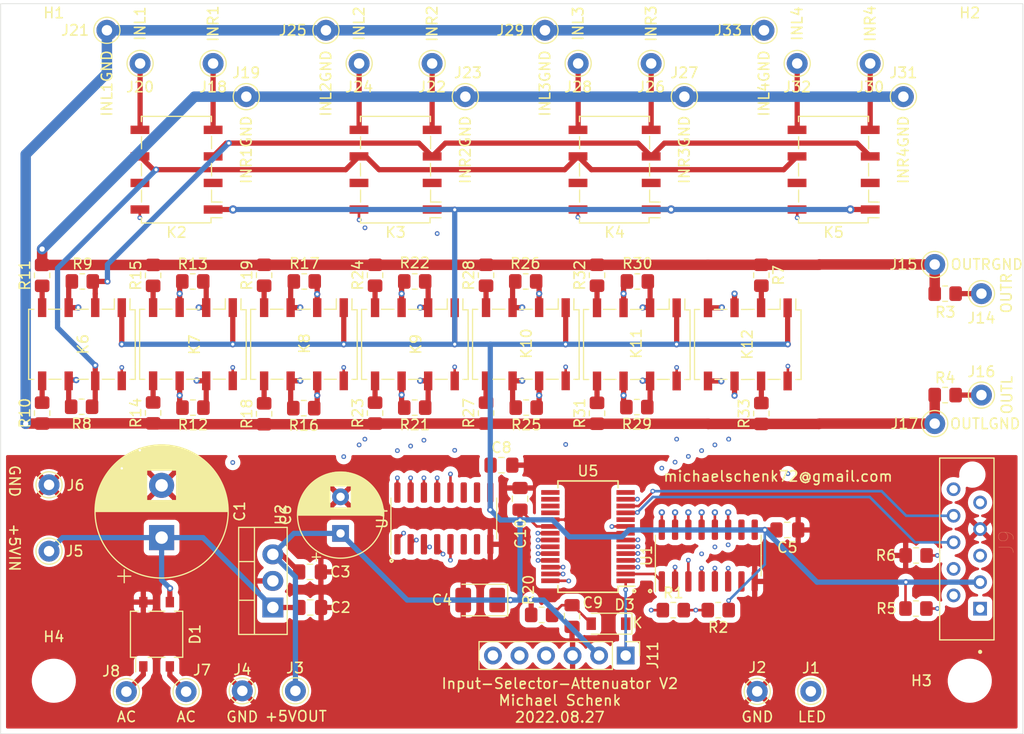
<source format=kicad_pcb>
(kicad_pcb (version 20211014) (generator pcbnew)
  (layers (0 "F.Cu" mixed) (1 "In1.Cu" signal) (2 "In2.Cu" signal) (31 "B.Cu" mixed) (34 "B.Paste" user) (35 "F.Paste" user) (36 "B.SilkS" user "B.Silkscreen") (37 "F.SilkS" user "F.Silkscreen") (38 "B.Mask" user) (39 "F.Mask" user) (44 "Edge.Cuts" user))
  (net 0 "")
  (net 1 "GND")
  (net 2 "Net-(C1-Pad1)")
  (net 3 "+5V")
  (net 4 "Net-(J1-Pad1)")
  (net 5 "Net-(C9-Pad1)")
  (net 6 "Net-(D3-Pad1)")
  (net 7 "Net-(J9-Pad2)")
  (net 8 "Net-(J9-Pad5)")
  (net 10 "Net-(J9-Pad6)")
  (net 11 "Net-(J9-Pad1)")
  (net 12 "Net-(J9-Pad8)")
  (net 13 "GND1")
  (net 14 "GND2")
  (net 15 "Net-(K2-Pad3)")
  (net 16 "Net-(J18-Pad1)")
  (net 17 "Net-(J20-Pad1)")
  (net 18 "Net-(J22-Pad1)")
  (net 19 "Net-(J24-Pad1)")
  (net 20 "Net-(J26-Pad1)")
  (net 21 "Net-(J28-Pad1)")
  (net 22 "Net-(J30-Pad1)")
  (net 23 "Net-(J32-Pad1)")
  (net 24 "Net-(K2-Pad6)")
  (net 25 "Net-(K4-Pad8)")
  (net 26 "Net-(K5-Pad8)")
  (net 27 "Net-(K6-Pad3)")
  (net 28 "Net-(R1-Pad1)")
  (net 29 "Net-(K2-Pad8)")
  (net 30 "Net-(K3-Pad8)")
  (net 31 "Net-(U4-Pad1)")
  (net 32 "Net-(U4-Pad2)")
  (net 33 "Net-(U4-Pad3)")
  (net 35 "Net-(U4-Pad4)")
  (net 36 "ICSPDAT")
  (net 37 "ICSPCLK")
  (net 39 "Net-(D1-Pad2)")
  (net 40 "Net-(D1-Pad1)")
  (net 41 "Net-(K12-Pad2)")
  (net 50 "Net-(K7-Pad3)")
  (net 51 "Net-(K6-Pad4)")
  (net 52 "Net-(K6-Pad5)")
  (net 53 "Net-(K6-Pad6)")
  (net 54 "Net-(K6-Pad8)")
  (net 55 "Net-(K7-Pad6)")
  (net 56 "Net-(K7-Pad4)")
  (net 57 "Net-(K7-Pad5)")
  (net 58 "Net-(K7-Pad8)")
  (net 59 "Net-(K8-Pad4)")
  (net 60 "Net-(K8-Pad5)")
  (net 61 "Net-(K8-Pad8)")
  (net 62 "Net-(K9-Pad4)")
  (net 63 "Net-(K9-Pad5)")
  (net 64 "Net-(K8-Pad3)")
  (net 65 "Net-(K8-Pad6)")
  (net 66 "Net-(K9-Pad8)")
  (net 67 "Net-(K10-Pad4)")
  (net 68 "Net-(K10-Pad5)")
  (net 69 "Net-(K10-Pad7)")
  (net 70 "Net-(K10-Pad8)")
  (net 71 "Net-(K10-Pad6)")
  (net 72 "Net-(K11-Pad4)")
  (net 73 "Net-(K11-Pad5)")
  (net 74 "Net-(K11-Pad8)")
  (net 75 "Net-(K12-Pad7)")
  (net 76 "Net-(K12-Pad8)")
  (net 79 "Net-(U4-Pad5)")
  (net 84 "ATT_0")
  (net 85 "ATT_1")
  (net 86 "ATT_2")
  (net 87 "ATT_3")
  (net 88 "ATT_4")
  (net 89 "ATT_5")
  (net 90 "unconnected-(U5-Pad9)")
  (net 97 "Net-(K10-Pad2)")
  (net 98 "Net-(K10-Pad3)")
  (net 99 "Net-(J14-Pad1)")
  (net 100 "Net-(J16-Pad1)")
  (net 101 "Net-(K11-Pad3)")
  (net 102 "Net-(K11-Pad6)")
  (footprint "Capacitor_SMD:C_0805_2012Metric_Pad1.18x1.45mm_HandSolder" (layer "F.Cu") (at 146.4525 106.0196)
    (fp_text reference "C2")
    (fp_text value "330nF")
  )
  (footprint "Capacitor_SMD:C_0805_2012Metric_Pad1.18x1.45mm_HandSolder" (layer "F.Cu") (at 146.431 102.616)
    (fp_text reference "C3")
    (fp_text value "100nF")
  )
  (footprint "Capacitor_SMD:C_0805_2012Metric_Pad1.18x1.45mm_HandSolder" (layer "F.Cu") (at 192.0963 98.6028 180)
    (fp_text reference "C5")
    (fp_text value "100nF")
  )
  (footprint "MountingHole:MountingHole_3.2mm_M3" (layer "F.Cu") (at 209.55 53.34)
    (fp_text reference "H2")
    (fp_text value "MountingHole")
  )
  (footprint "MountingHole:MountingHole_3.2mm_M3" (layer "F.Cu") (at 209.55 113.03)
    (fp_text reference "H3")
    (fp_text value "MountingHole")
  )
  (footprint "MountingHole:MountingHole_3.2mm_M3" (layer "F.Cu") (at 121.92 113.03)
    (fp_text reference "H4")
    (fp_text value "MountingHole")
  )
  (footprint "Connector_Pin:Pin_D1.0mm_L10.0mm" (layer "F.Cu") (at 194.345485 114.046)
    (fp_text reference "J1")
    (fp_text value "LED")
  )
  (footprint "Connector_Pin:Pin_D1.0mm_L10.0mm" (layer "F.Cu") (at 189.214685 114.046)
    (fp_text reference "J2")
    (fp_text value "GND")
  )
  (footprint "Connector_Pin:Pin_D1.0mm_L10.0mm" (layer "F.Cu") (at 145.034 113.9952)
    (fp_text reference "J3")
    (fp_text value "+5VOUT")
  )
  (footprint "Connector_Pin:Pin_D1.0mm_L10.0mm" (layer "F.Cu") (at 139.954 113.9952)
    (fp_text reference "J4")
    (fp_text value "GND")
  )
  (footprint "Connector_Pin:Pin_D1.0mm_L10.0mm" (layer "F.Cu") (at 121.4628 100.6348)
    (fp_text reference "J5")
    (fp_text value "+5VIN")
  )
  (footprint "Connector_Pin:Pin_D1.0mm_L10.0mm" (layer "F.Cu") (at 121.4628 94.2848)
    (fp_text reference "J6")
    (fp_text value "GND")
  )
  (footprint "Connector_Pin:Pin_D1.0mm_L10.0mm" (layer "F.Cu") (at 134.577942 114.0733 90)
    (fp_text reference "J7")
    (fp_text value "AC")
  )
  (footprint "Connector_Pin:Pin_D1.0mm_L10.0mm" (layer "F.Cu") (at 128.862942 114.0733 90)
    (fp_text reference "J8")
    (fp_text value "AC")
  )
  (footprint "Connector_Pin:Pin_D1.0mm_L10.0mm" (layer "F.Cu") (at 210.6676 75.9968)
    (fp_text reference "J14")
    (fp_text value "OUT_R")
  )
  (footprint "Connector_Pin:Pin_D1.0mm_L10.0mm" (layer "F.Cu") (at 206.197298 73.2028)
    (fp_text reference "J15")
    (fp_text value "OUT_GNDR")
  )
  (footprint "Connector_Pin:Pin_D1.0mm_L10.0mm" (layer "F.Cu") (at 210.6676 85.6996)
    (fp_text reference "J16")
    (fp_text value "OUT_L")
  )
  (footprint "Connector_Pin:Pin_D1.0mm_L10.0mm" (layer "F.Cu") (at 206.197298 88.428868)
    (fp_text reference "J17")
    (fp_text value "OUT_GNDL")
  )
  (footprint "Connector_Pin:Pin_D1.0mm_L10.0mm" (layer "F.Cu") (at 137.16 53.975)
    (fp_text reference "J18")
    (fp_text value "IN_R1")
  )
  (footprint "Connector_Pin:Pin_D1.0mm_L10.0mm" (layer "F.Cu") (at 140.335 57.15)
    (fp_text reference "J19")
    (fp_text value "IN_GNDR1")
  )
  (footprint "Connector_Pin:Pin_D1.0mm_L10.0mm" (layer "F.Cu") (at 130.175 53.975)
    (fp_text reference "J20")
    (fp_text value "IN_L1")
  )
  (footprint "Connector_Pin:Pin_D1.0mm_L10.0mm" (layer "F.Cu") (at 127 50.8)
    (fp_text reference "J21")
    (fp_text value "IN_GNDL1")
  )
  (footprint "Connector_Pin:Pin_D1.0mm_L10.0mm" (layer "F.Cu") (at 158.115 53.975)
    (fp_text reference "J22")
    (fp_text value "IN_R2")
  )
  (footprint "Connector_Pin:Pin_D1.0mm_L10.0mm" (layer "F.Cu") (at 161.29 57.15)
    (fp_text reference "J23")
    (fp_text value "IN_GNDR2")
  )
  (footprint "Connector_Pin:Pin_D1.0mm_L10.0mm" (layer "F.Cu") (at 147.955 50.8)
    (fp_text reference "J25")
    (fp_text value "IN_GNDL2")
  )
  (footprint "Connector_Pin:Pin_D1.0mm_L10.0mm" (layer "F.Cu") (at 179.07 53.975)
    (fp_text reference "J26")
    (fp_text value "IN_R3")
  )
  (footprint "Connector_Pin:Pin_D1.0mm_L10.0mm" (layer "F.Cu") (at 182.245 57.15)
    (fp_text reference "J27")
    (fp_text value "IN_GNDR3")
  )
  (footprint "Connector_Pin:Pin_D1.0mm_L10.0mm" (layer "F.Cu") (at 172.085 53.975)
    (fp_text reference "J28")
    (fp_text value "IN_L3")
  )
  (footprint "Connector_Pin:Pin_D1.0mm_L10.0mm" (layer "F.Cu") (at 168.91 50.8)
    (fp_text reference "J29")
    (fp_text value "IN_GNDL3")
  )
  (footprint "Connector_Pin:Pin_D1.0mm_L10.0mm" (layer "F.Cu") (at 203.2 57.15)
    (fp_text reference "J31")
    (fp_text value "IN_GNDR4")
  )
  (footprint "Connector_Pin:Pin_D1.0mm_L10.0mm" (layer "F.Cu") (at 193.04 53.975)
    (fp_text reference "J32")
    (fp_text value "IN_L4")
  )
  (footprint "Connector_Pin:Pin_D1.0mm_L10.0mm" (layer "F.Cu") (at 189.865 50.8)
    (fp_text reference "J33")
    (fp_text value "IN_GNDL4")
  )
  (footprint "Relay_SMD:Relay_DPDT_Omron_G6K-2F" (layer "F.Cu") (at 133.66 64.135 180)
    (fp_text reference "K2")
    (fp_text value "G6K-2F DC5")
  )
  (footprint "Relay_SMD:Relay_DPDT_Omron_G6K-2F" (layer "F.Cu") (at 154.615 64.135 180)
    (fp_text reference "K3")
    (fp_text value "G6K-2F DC5")
  )
  (footprint "Relay_SMD:Relay_DPDT_Omron_G6K-2F" (layer "F.Cu") (at 175.57 64.135 180)
    (fp_text reference "K4")
    (fp_text value "G6K-2F DC5")
  )
  (footprint "Relay_SMD:Relay_DPDT_Omron_G6K-2F" (layer "F.Cu") (at 196.525 64.135 180)
    (fp_text reference "K5")
    (fp_text value "G6K-2F DC5")
  )
  (footprint "Resistor_SMD:R_0805_2012Metric_Pad1.20x1.40mm_HandSolder" (layer "F.Cu") (at 181.1876 106.2736)
    (fp_text reference "R1")
    (fp_text value "330R")
  )
  (footprint "Resistor_SMD:R_0805_2012Metric_Pad1.20x1.40mm_HandSolder" (layer "F.Cu") (at 185.4868 106.2736 180)
    (fp_text reference "R2")
    (fp_text value "330R")
  )
  (footprint "Resistor_SMD:R_0805_2012Metric_Pad1.20x1.40mm_HandSolder" (layer "F.Cu") (at 207.1972 85.6996)
    (fp_text reference "R4")
    (fp_text value "47.5k/0.1%")
  )
  (footprint "Resistor_SMD:R_0805_2012Metric_Pad1.20x1.40mm_HandSolder" (layer "F.Cu") (at 204.4032 106.1212 180)
    (fp_text reference "R5")
    (fp_text value "4.7k")
  )
  (footprint "Resistor_SMD:R_0805_2012Metric_Pad1.20x1.40mm_HandSolder" (layer "F.Cu") (at 204.4192 101.0412 180)
    (fp_text reference "R6")
    (fp_text value "4.7k")
  )
  (footprint "Connector_Pin:Pin_D1.0mm_L10.0mm" (layer "F.Cu") (at 151.13 53.975)
    (fp_text reference "J24")
    (fp_text value "IN_L2")
  )
  (footprint "MountingHole:MountingHole_3.2mm_M3" (layer "F.Cu") (at 121.92 53.34)
    (fp_text reference "H1")
    (fp_text value "MountingHole")
  )
  (footprint "Connector_Pin:Pin_D1.0mm_L10.0mm" (layer "F.Cu") (at 200.025 53.975)
    (fp_text reference "J30")
    (fp_text value "IN_R4")
  )
  (footprint "Capacitor_THT:CP_Radial_D12.5mm_P5.00mm" (layer "F.Cu") (at 132.2324 99.3356 90)
    (fp_text reference "C1")
    (fp_text value "1000uF")
  )
  (footprint "Resistor_SMD:R_0805_2012Metric_Pad1.20x1.40mm_HandSolder" (layer "F.Cu") (at 207.1972 75.9968)
    (fp_text reference "R3")
    (fp_text value "47.5k/0.1%")
  )
  (footprint "Package_SO:SOIC-16_3.9x9.9mm_P1.27mm" (layer "F.Cu") (at 159.2326 97.4994 90)
    (fp_text reference "U4")
    (fp_text value "ULN2003A")
  )
  (footprint "Package_TO_SOT_SMD:TO-269AA" (layer "F.Cu") (at 131.751391 108.5834 90)
    (fp_text reference "D1")
    (fp_text value "MB4S")
  )
  (footprint "Package_TO_SOT_THT:TO-220-3_Vertical" (layer "F.Cu") (at 142.875 106.0196 90)
    (fp_text reference "U2")
    (fp_text value "L7805")
  )
  (footprint "Capacitor_Tantalum_SMD:CP_EIA-3528-21_Kemet-B_Pad1.50x2.35mm_HandSolder" (layer "F.Cu") (at 162.713 105.3084 180)
    (fp_text reference "C4")
    (fp_text value "10uF")
  )
  (footprint "kicad-snk:TE_CONN_RCPT_10POS_0.1_TIN_PCB" (layer "F.Cu") (at 210.5406 106.1372 90)
    (fp_text reference "J9")
    (fp_text value "TE_CONN_RCPT_10POS_0.1_TIN_PCB")
  )
  (footprint "Package_SO:SOIC-16_3.9x9.9mm_P1.27mm" (layer "F.Cu") (at 184.531 101.0554 90)
    (fp_text reference "U1")
    (fp_text value "ULN2003A")
  )
  (footprint "Resistor_SMD:R_0805_2012Metric_Pad1.20x1.40mm_HandSolder" (layer "F.Cu") (at 135.2296 86.9 180)
    (fp_text reference "R12")
    (fp_text value "17.4k/0.1%")
  )
  (footprint "Capacitor_SMD:C_0805_2012Metric_Pad1.18x1.45mm_HandSolder" (layer "F.Cu") (at 164.7444 92.4052)
    (fp_text reference "C8")
    (fp_text value "100nF")
  )
  (footprint "Resistor_SMD:R_0805_2012Metric_Pad1.20x1.40mm_HandSolder" (layer "F.Cu") (at 156.448 74.8284 180)
    (fp_text reference "R22")
    (fp_text value "39.2k/0.1%")
  )
  (footprint "Resistor_SMD:R_0805_2012Metric_Pad1.20x1.40mm_HandSolder" (layer "F.Cu") (at 189.611 74.2348 -90)
    (fp_text reference "R7")
    (fp_text value "47k")
  )
  (footprint "Resistor_SMD:R_0805_2012Metric_Pad1.20x1.40mm_HandSolder" (layer "F.Cu") (at 135.2136 74.8284 180)
    (fp_text reference "R13")
    (fp_text value "17.4k/0.1%")
  )
  (footprint "Relay_SMD:Relay_DPDT_Omron_G6K-2F" (layer "F.Cu") (at 177.6984 80.8496 -90)
    (fp_text reference "K11")
    (fp_text value "G6K-2F DC5")
  )
  (footprint "Resistor_SMD:R_0805_2012Metric_Pad1.20x1.40mm_HandSolder" (layer "F.Cu") (at 173.8884 87.4428 90)
    (fp_text reference "R31")
    (fp_text value "29.4/0.1%")
  )
  (footprint "Resistor_SMD:R_0805_2012Metric_Pad1.20x1.40mm_HandSolder" (layer "F.Cu") (at 167.116 86.9 180)
    (fp_text reference "R25")
    (fp_text value "45.3k/0.1%")
  )
  (footprint "Diode_SMD:D_SOD-123" (layer "F.Cu") (at 174.9816 107.572 180)
    (fp_text reference "D3")
    (fp_text value "1N4148W")
  )
  (footprint "Resistor_SMD:R_0805_2012Metric_Pad1.20x1.40mm_HandSolder" (layer "F.Cu") (at 131.4196 87.4052 90)
    (fp_text reference "R14")
    (fp_text value "80.6k/0.1%")
  )
  (footprint "Resistor_SMD:R_0805_2012Metric_Pad1.20x1.40mm_HandSolder" (layer "F.Cu") (at 145.8816 74.8284 180)
    (fp_text reference "R17")
    (fp_text value "28k/0.1%")
  )
  (footprint "Resistor_SMD:R_0805_2012Metric_Pad1.20x1.40mm_HandSolder" (layer "F.Cu") (at 124.5776 86.8172 180)
    (fp_text reference "R8")
    (fp_text value "9.76k/0.1%")
  )
  (footprint "Relay_SMD:Relay_DPDT_Omron_G6K-2F" (layer "F.Cu") (at 124.6124 80.836 -90)
    (fp_text reference "K6")
    (fp_text value "G6K-2F DC5")
  )
  (footprint "Resistor_SMD:R_0805_2012Metric_Pad1.20x1.40mm_HandSolder" (layer "F.Cu") (at 177.6984 86.8492 180)
    (fp_text reference "R29")
    (fp_text value "46.4k/0.1%")
  )
  (footprint "Relay_SMD:Relay_DPDT_Omron_G6K-2F" (layer "F.Cu") (at 135.2296 80.8308 -90)
    (fp_text reference "K7")
    (fp_text value "G6K-2F DC5")
  )
  (footprint "Capacitor_SMD:C_0805_2012Metric_Pad1.18x1.45mm_HandSolder" (layer "F.Cu") (at 166.5224 95.6271 90)
    (fp_text reference "C10")
    (fp_text value "100nF")
  )
  (footprint "Resistor_SMD:R_0805_2012Metric_Pad1.20x1.40mm_HandSolder" (layer "F.Cu") (at 177.7492 74.8284 180)
    (fp_text reference "R30")
    (fp_text value "46.4k/0.1%")
  )
  (footprint "Resistor_SMD:R_0805_2012Metric_Pad1.20x1.40mm_HandSolder" (layer "F.Cu") (at 120.8024 74.248 90)
    (fp_text reference "R11")
    (fp_text value "182k/0.1%")
  )
  (footprint "Resistor_SMD:R_0805_2012Metric_Pad1.20x1.40mm_HandSolder" (layer "F.Cu") (at 167.0652 74.8284 180)
    (fp_text reference "R26")
    (fp_text value "45.3k/0.1%")
  )
  (footprint "Resistor_SMD:R_0805_2012Metric_Pad1.20x1.40mm_HandSolder" (layer "F.Cu") (at 145.8308 86.9508 180)
    (fp_text reference "R16")
    (fp_text value "28k/0.1%")
  )
  (footprint "Capacitor_THT:CP_Radial_D8.0mm_P3.50mm" (layer "F.Cu") (at 149.352 98.933 90)
    (fp_text reference "C6")
    (fp_text value "220uF/25V")
  )
  (footprint "Resistor_SMD:R_0805_2012Metric_Pad1.20x1.40mm_HandSolder" (layer "F.Cu") (at 163.2712 87.424 90)
    (fp_text reference "R27")
    (fp_text value "1.21k/0.1%")
  )
  (footprint "Resistor_SMD:R_0805_2012Metric_Pad1.20x1.40mm_HandSolder" (layer "F.Cu") (at 131.4196 74.248 90)
    (fp_text reference "R15")
    (fp_text value "80.6k/0.1%")
  )
  (footprint "Relay_SMD:Relay_DPDT_Omron_G6K-2F" (layer "F.Cu") (at 188.3156 80.8496 -90)
    (fp_text reference "K12")
    (fp_text value "G6K-2F DC5")
  )
  (footprint "Resistor_SMD:R_0805_2012Metric_Pad1.20x1.40mm_HandSolder" (layer "F.Cu") (at 156.448 86.9 180)
    (fp_text reference "R21")
    (fp_text value "39.2k/0.1%")
  )
  (footprint "Resistor_SMD:R_0805_2012Metric_Pad1.20x1.40mm_HandSolder" (layer "F.Cu") (at 124.6472 74.8284 180)
    (fp_text reference "R9")
    (fp_text value "9.76k/0.1%")
  )
  (footprint "Resistor_SMD:R_0805_2012Metric_Pad1.20x1.40mm_HandSolder" (layer "F.Cu") (at 120.8024 87.424 90)
    (fp_text reference "R10")
    (fp_text value "182k/0.1%")
  )
  (footprint "Resistor_SMD:R_0805_2012Metric_Pad1.20x1.40mm_HandSolder" (layer "F.Cu") (at 152.654 74.2348 90)
    (fp_text reference "R24")
    (fp_text value "8.87k/0.1%")
  )
  (footprint "Resistor_SMD:R_0805_2012Metric_Pad1.20x1.40mm_HandSolder" (layer "F.Cu") (at 189.611 87.4616 90)
    (fp_text reference "R33")
    (fp_text value "47k")
  )
  (footprint "Resistor_SMD:R_0805_2012Metric_Pad1.20x1.40mm_HandSolder" (layer "F.Cu") (at 163.2712 74.2348 90)
    (fp_text reference "R28")
    (fp_text value "1.21k/0.1%")
  )
  (footprint "Resistor_SMD:R_0805_2012Metric_Pad1.20x1.40mm_HandSolder" (layer "F.Cu") (at 152.654 87.424 90)
    (fp_text reference "R23")
    (fp_text value "8.87k/0.1%")
  )
  (footprint "Resistor_SMD:R_0805_2012Metric_Pad1.20x1.40mm_HandSolder" (layer "F.Cu") (at 142.039092 74.2348 90)
    (fp_text reference "R19")
    (fp_text value "30.9k/0.1%")
  )
  (footprint "Resistor_SMD:R_0805_2012Metric_Pad1.20x1.40mm_HandSolder" (layer "F.Cu") (at 168.5892 106.7308)
    (fp_text reference "R20")
    (fp_text value "4.7k")
  )
  (footprint "Relay_SMD:Relay_DPDT_Omron_G6K-2F" (layer "F.Cu") (at 167.0812 80.836 -90)
    (fp_text reference "K10")
    (fp_text value "G6K-2F DC5")
  )
  (footprint "Capacitor_SMD:C_0805_2012Metric_Pad1.18x1.45mm_HandSolder" (layer "F.Cu") (at 171.5008 106.8393 -90)
    (fp_text reference "C9")
    (fp_text value "10nF")
  )
  (footprint "Resistor_SMD:R_0805_2012Metric_Pad1.20x1.40mm_HandSolder" (layer "F.Cu") (at 142.039092 87.4908 90)
    (fp_text reference "R18")
    (fp_text value "30.9k/0.1%")
  )
  (footprint "Relay_SMD:Relay_DPDT_Omron_G6K-2F" (layer "F.Cu") (at 156.464 80.8412 -90)
    (fp_text reference "K9")
    (fp_text value "G6K-2F DC5")
  )
  (footprint "Resistor_SMD:R_0805_2012Metric_Pad1.20x1.40mm_HandSolder" (layer "F.Cu") (at 173.8884 74.2348 90)
    (fp_text reference "R32")
    (fp_text value "29.4/0.1%")
  )
  (footprint "Relay_SMD:Relay_DPDT_Omron_G6K-2F" (layer "F.Cu") (at 145.849092 80.836 -90)
    (fp_text reference "K8")
    (fp_text value "G6K-2F DC5")
  )
  (footprint "Connector_PinHeader_2.54mm:PinHeader_1x06_P2.54mm_Vertical" (layer "F.Cu") (at 176.6316 110.62 -90)
    (fp_text reference "J11")
    (fp_text value "Conn_01x06_Male")
  )
  (footprint "Package_SO:SSOP-28_5.3x10.2mm_P0.65mm" (layer "F.Cu") (at 173.0248 99.2408 180)
    (fp_text reference "U5")
    (fp_text value "PIC16F18056-I/SS")
  )
  (gr_line (start 116.84 118.11) (end 116.84 48.26) (layer "Edge.Cuts") (width 0.05))
  (gr_line (start 214.63 118.11) (end 116.84 118.11) (layer "Edge.Cuts") (width 0.05))
  (gr_line (start 214.63 48.26) (end 214.63 118.11) (layer "Edge.Cuts") (width 0.05))
  (gr_line (start 116.84 48.26) (end 214.63 48.26) (layer "Edge.Cuts") (width 0.05))
  (gr_text "OUTL" (at 213.106 85.6996 90) (layer "F.SilkS") (effects (font (size 1 1))))
  (gr_text "AC" (at 134.5946 116.4844) (layer "F.SilkS") (effects (font (size 1 1))))
  (gr_text "+5VIN" (at 118.1608 100.2792 270) (layer "F.SilkS") (effects (font (size 1 1))))
  (gr_text "GND" (at 118.1608 93.9292 270) (layer "F.SilkS") (effects (font (size 1 1))))
  (gr_text "+5VOUT" (at 145.077204 116.4336) (layer "F.SilkS") (effects (font (size 1 1))))
  (gr_text "GND" (at 139.946404 116.4844) (layer "F.SilkS") (effects (font (size 1 1))))
  (gr_text "GND" (at 189.23 116.4844) (layer "F.SilkS") (effects (font (size 1 1))))
  (gr_text "INR1GND" (at 140.335 62.23 90) (layer "F.SilkS") (effects (font (size 1 1))))
  (gr_text "INL1" (at 130.175 50.165 90) (layer "F.SilkS") (effects (font (size 1 1))))
  (gr_text "INR1" (at 137.16 50.165 90) (layer "F.SilkS") (effects (font (size 1 1))))
  (gr_text "INR2GND" (at 161.29 62.23 90) (layer "F.SilkS") (effects (font (size 1 1))))
  (gr_text "INR2" (at 158.115 50.165 90) (layer "F.SilkS") (effects (font (size 1 1))))
  (gr_text "INL2" (at 151.13 50.165 90) (layer "F.SilkS") (effects (font (size 1 1))))
  (gr_text "INL2GND" (at 147.955 55.88 90) (layer "F.SilkS") (effects (font (size 1 1))))
  (gr_text "INR3GND" (at 182.245 62.23 90) (layer "F.SilkS") (effects (font (size 1 1))))
  (gr_text "INL3GND" (at 168.91 55.88 90) (layer "F.SilkS") (effects (font (size 1 1))))
  (gr_text "INL3" (at 172.085 50.165 90) (layer "F.SilkS") (effects (font (size 1 1))))
  (gr_text "INR3" (at 179.07 50.165 90) (layer "F.SilkS") (effects (font (size 1 1))))
  (gr_text "INR4GND" (at 203.2 62.23 90) (layer "F.SilkS") (effects (font (size 1 1))))
  (gr_text "INR4" (at 200.025 50.165 90) (layer "F.SilkS") (effects (font (size 1 1))))
  (gr_text "INL4GND" (at 189.865 55.88 90) (layer "F.SilkS") (effects (font (size 1 1))))
  (gr_text "INL4" (at 193.04 50.165 90) (layer "F.SilkS") (effects (font (size 1 1))))
  (gr_text "OUTLGND" (at 211.0232 88.4428) (layer "F.SilkS") (effects (font (size 1 1))))
  (gr_text "OUTRGND" (at 211.1756 73.2028) (layer "F.SilkS") (effects (font (size 1 1))))
  (gr_text "Input-Selector-Attenuator V2\nMichael Schenk\n2022.08.27" (at 170.3324 114.9096) (layer "F.SilkS") (effects (font (size 1 1))))
  (gr_text "LED" (at 194.4624 116.4844) (layer "F.SilkS") (effects (font (size 1 1))))
  (gr_text "°" (at 178.9684 104.8512) (layer "F.SilkS") (effects (font (size 1 1))))
  (gr_text "michaelschenk72@gmail.com" (at 191.2112 93.472) (layer "F.SilkS") (effects (font (size 1 1))))
  (gr_text "°" (at 154.2288 101.9556) (layer "F.SilkS") (effects (font (size 1 1))))
  (gr_text "°" (at 177.4444 104.8512) (layer "F.SilkS") (effects (font (size 1 1))))
  (gr_text "AC" (at 128.8796 116.4844) (layer "F.SilkS") (effects (font (size 1 1))))
  (gr_text "INL1GND" (at 127 55.88 90) (layer "F.SilkS") (effects (font (size 1 1))))
  (gr_text "K" (at 177.7492 107.4928) (layer "F.SilkS") (effects (font (size 1 1))))
  (gr_text "OUTR" (at 213.0552 75.946 90) (layer "F.SilkS") (effects (font (size 1 1))))
  (segment (start 172.9822 98.9158) (end 171.6822 97.6158) (width 0.25) (layer "F.Cu") (net 1))
  (segment (start 176.6248 98.9158) (end 172.9822 98.9158) (width 0.25) (layer "F.Cu") (net 1))
  (segment (start 169.4248 97.6158) (end 171.6822 97.6158) (width 0.25) (layer "F.Cu") (net 1))
  (segment (start 145.415 106.0196) (end 142.875 106.0196) (width 0.5) (layer "F.Cu") (net 2))
  (segment (start 133.021391 104.207457) (end 133.038048 104.1908) (width 0.5) (layer "F.Cu") (net 2))
  (segment (start 133.021391 105.5084) (end 133.021391 104.207457) (width 0.5) (layer "F.Cu") (net 2))
  (via (at 133.038048 104.1908) (size 0.6) (drill 0.3) (layers "F.Cu" "B.Cu") (net 2))
  (segment (start 122.762 99.3356) (end 121.4628 100.6348) (width 0.5) (layer "B.Cu") (net 2))
  (segment (start 132.2324 99.3356) (end 122.762 99.3356) (width 0.5) (layer "B.Cu") (net 2))
  (segment (start 132.2324 99.3356) (end 132.2324 103.385152) (width 0.5) (layer "B.Cu") (net 2))
  (segment (start 132.2324 103.385152) (end 133.038048 104.1908) (width 0.5) (layer "B.Cu") (net 2))
  (segment (start 132.2324 99.3356) (end 136.191 99.3356) (width 0.5) (layer "B.Cu") (net 2))
  (segment (start 136.191 99.3356) (end 142.875 106.0196) (width 0.5) (layer "B.Cu") (net 2))
  (segment (start 188.9984 98.6028) (end 188.976 98.5804) (width 0.5) (layer "F.Cu") (net 3))
  (segment (start 169.4248 98.2658) (end 168.1236 98.2658) (width 0.25) (layer "F.Cu") (net 3))
  (segment (start 191.0588 98.6028) (end 189.9412 98.6028) (width 0.5) (layer "F.Cu") (net 3))
  (segment (start 170.8912 80.8228) (end 170.878 80.836) (width 0.5) (layer "F.Cu") (net 3))
  (segment (start 139.0396 80.836) (end 139.0396 77.3308) (width 0.5) (layer "F.Cu") (net 3))
  (segment (start 181.5084 80.8228) (end 181.4952 80.836) (width 0.5) (layer "F.Cu") (net 3))
  (segment (start 192.1256 77.3496) (end 192.1256 80.8228) (width 0.5) (layer "F.Cu") (net 3))
  (segment (start 139.065 67.945) (end 137.16 67.945) (width 0.5) (layer "F.Cu") (net 3))
  (segment (start 149.659092 80.833708) (end 149.6568 80.836) (width 0.5) (layer "F.Cu") (net 3))
  (segment (start 181.5084 77.3496) (end 181.5084 80.8228) (width 0.5) (layer "F.Cu") (net 3))
  (segment (start 128.4224 80.836) (end 128.4224 77.336) (width 0.5) (layer "F.Cu") (net 3))
  (segment (start 163.6776 92.4345) (end 163.7069 92.4052) (width 0.5) (layer "F.Cu") (net 3))
  (segment (start 186.4868 106.2736) (end 186.4868 105.3592) (width 0.25) (layer "F.Cu") (net 3))
  (segment (start 168.1236 98.2658) (end 166.5224 96.6646) (width 0.25) (layer "F.Cu") (net 3))
  (segment (start 192.1256 80.8228) (end 192.1388 80.836) (width 0.5) (layer "F.Cu") (net 3))
  (segment (start 170.8912 77.336) (end 170.8912 80.8228) (width 0.5) (layer "F.Cu") (net 3))
  (segment (start 149.659092 77.336) (end 149.659092 80.833708) (width 0.5) (layer "F.Cu") (net 3))
  (segment (start 198.12 67.945) (end 200.025 67.945) (width 0.5) (layer "F.Cu") (net 3))
  (segment (start 160.274 80.836) (end 160.274 77.3412) (width 0.5) (layer "F.Cu") (net 3))
  (segment (start 143.7171 100.9396) (end 145.3935 102.616) (width 0.5) (layer "F.Cu") (net 3))
  (segment (start 163.6776 95.0244) (end 163.6776 96.6724) (width 0.5) (layer "F.Cu") (net 3))
  (segment (start 165.608 105.3084) (end 164.338 105.3084) (width 0.5) (layer "F.Cu") (net 3))
  (segment (start 203.4032 103.632) (end 203.438 103.5972) (width 0.25) (layer "F.Cu") (net 3))
  (segment (start 166.5224 96.6646) (end 166.5224 97.6511) (width 0.5) (layer "F.Cu") (net 3))
  (segment (start 167.5892 106.7308) (end 167.5892 105.3592) (width 0.5) (layer "F.Cu") (net 3))
  (segment (start 189.9412 98.6028) (end 188.9984 98.6028) (width 0.5) (layer "F.Cu") (net 3))
  (segment (start 180.975 67.945) (end 179.07 67.945) (width 0.5) (layer "F.Cu") (net 3))
  (segment (start 158.115 67.945) (end 160.2486 67.945) (width 0.5) (layer "F.Cu") (net 3))
  (segment (start 167.5892 105.3592) (end 167.5384 105.3084) (width 0.5) (layer "F.Cu") (net 3))
  (segment (start 142.875 100.9396) (end 143.7171 100.9396) (width 0.5) (layer "F.Cu") (net 3))
  (segment (start 203.4032 106.1212) (end 203.4032 103.632) (width 0.25) (layer "F.Cu") (net 3))
  (segment (start 160.2486 67.945) (end 160.274 67.9704) (width 0.5) (layer "F.Cu") (net 3))
  (segment (start 163.6776 95.0244) (end 163.6776 92.4345) (width 0.5) (layer "F.Cu") (net 3))
  (via (at 203.438 103.5972) (size 0.6) (drill 0.3) (layers "F.Cu" "B.Cu") (net 3))
  (via (at 160.274 80.836) (size 0.6) (drill 0.3) (layers "F.Cu" "B.Cu") (net 3))
  (via (at 163.6776 96.6724) (size 0.6) (drill 0.3) (layers "F.Cu" "B.Cu") (net 3))
  (via (at 165.608 105.3084) (size 0.6) (drill 0.3) (layers "F.Cu" "B.Cu") (net 3))
  (via (at 167.5384 105.3084) (size 0.6) (drill 0.3) (layers "F.Cu" "B.Cu") (net 3))
  (via (at 170.878 80.836) (size 0.6) (drill 0.3) (layers "F.Cu" "B.Cu") (net 3))
  (via (at 139.065 67.945) (size 0.8) (drill 0.4) (layers "F.Cu" "B.Cu") (net 3))
  (via (at 189.9412 98.6028) (size 0.6) (drill 0.3) (layers "F.Cu" "B.Cu") (net 3))
  (via (at 160.274 67.9704) (size 0.6) (drill 0.3) (layers "F.Cu" "B.Cu") (net 3))
  (via (at 128.4224 80.836) (size 0.6) (drill 0.3) (layers "F.Cu" "B.Cu") (net 3))
  (via (at 149.6568 80.836) (size 0.6) (drill 0.3) (layers "F.Cu" "B.Cu") (net 3))
  (via (at 180.975 67.945) (size 0.8) (drill 0.4) (layers "F.Cu" "B.Cu") (net 3))
  (via (at 186.4868 105.3592) (size 0.45) (drill 0.225) (layers "F.Cu" "B.Cu") (net 3))
  (via (at 198.12 67.945) (size 0.8) (drill 0.4) (layers "F.Cu" "B.Cu") (net 3))
  (via (at 166.5224 97.6511) (size 0.6) (drill 0.3) (layers "F.Cu" "B.Cu") (net 3))
  (via (at 139.0396 80.836) (size 0.6) (drill 0.3) (layers "F.Cu" "B.Cu") (net 3))
  (via (at 181.4952 80.836) (size 0.6) (drill 0.3) (layers "F.Cu" "B.Cu") (net 3))
  (via (at 192.1388 80.836) (size 0.6) (drill 0.3) (layers "F.Cu" "B.Cu") (net 3))
  (segment (start 198.12 67.945) (end 180.975 67.945) (width 0.5) (layer "B.Cu") (net 3))
  (segment (start 166.5359 97.6376) (end 166.5224 97.6511) (width 0.5) (layer "B.Cu") (net 3))
  (segment (start 210.5406 103.5972) (end 203.438 103.5972) (width 0.5) (layer "B.Cu") (net 3))
  (segment (start 176.9364 98.6028) (end 176.276 99.2632) (width 0.5) (layer "B.Cu") (net 3))
  (segment (start 139.0396 80.836) (end 128.4224 80.836) (width 0.5) (layer "B.Cu") (net 3))
  (segment (start 181.4952 80.836) (end 192.1388 80.836) (width 0.5) (layer "B.Cu") (net 3))
  (segment (start 180.975 67.945) (end 160.2994 67.945) (width 0.5) (layer "B.Cu") (net 3))
  (segment (start 189.9412 98.6028) (end 176.9364 98.6028) (width 0.5) (layer "B.Cu") (net 3))
  (segment (start 186.4868 105.3592) (end 189.9412 101.9048) (width 0.25) (layer "B.Cu") (net 3))
  (segment (start 171.2468 99.2632) (end 169.6212 97.6376) (width 0.5) (layer "B.Cu") (net 3))
  (segment (start 160.274 80.836) (end 160.274 67.9704) (width 0.5) (layer "B.Cu") (net 3))
  (segment (start 167.5384 105.3084) (end 168.78 105.3084) (width 0.5) (layer "B.Cu") (net 3))
  (segment (start 149.352 98.933) (end 144.8816 98.933) (width 0.5) (layer "B.Cu") (net 3))
  (segment (start 149.6568 80.836) (end 160.274 80.836) (width 0.5) (layer "B.Cu") (net 3))
  (segment (start 165.608 105.3084) (end 155.7274 105.3084) (width 0.5) (layer "B.Cu") (net 3))
  (segment (start 163.6908 80.836) (end 170.878 80.836) (width 0.5) (layer "B.Cu") (net 3))
  (segment (start 167.5384 105.3084) (end 166.4716 105.3084) (width 0.5) (layer "B.Cu") (net 3))
  (segment (start 149.6568 80.836) (end 139.0396 80.836) (width 0.5) (layer "B.Cu") (net 3))
  (segment (start 155.7274 105.3084) (end 149.352 98.933) (width 0.5) (layer "B.Cu") (net 3))
  (segment (start 168.78 105.3084) (end 174.0916 110.62) (width 0.5) (layer "B.Cu") (net 3))
  (segment (start 163.6776 80.8492) (end 163.6908 80.836) (width 0.5) (layer "B.Cu") (net 3))
  (segment (start 166.4716 105.3084) (end 165.608 105.3084) (width 0.5) (layer "B.Cu") (net 3))
  (segment (start 160.2994 67.945) (end 160.02 67.945) (width 0.5) (layer "B.Cu") (net 3))
  (segment (start 166.5224 97.6511) (end 166.5224 105.2576) (width 0.5) (layer "B.Cu") (net 3))
  (segment (start 145.034 113.9952) (end 145.034 103.0986) (width 0.5) (layer "B.Cu") (net 3))
  (segment (start 169.6212 97.6376) (end 166.5359 97.6376) (width 0.5) (layer "B.Cu") (net 3))
  (segment (start 166.5224 97.6511) (end 164.6563 97.6511) (width 0.5) (layer "B.Cu") (net 3))
  (segment (start 170.878 80.836) (end 181.4952 80.836) (width 0.5) (layer "B.Cu") (net 3))
  (segment (start 166.5224 105.2576) (end 166.4716 105.3084) (width 0.5) (layer "B.Cu") (net 3))
  (segment (start 176.276 99.2632) (end 171.2468 99.2632) (width 0.5) (layer "B.Cu") (net 3))
  (segment (start 189.9412 101.9048) (end 189.9412 98.6028) (width 0.25) (layer "B.Cu") (net 3))
  (segment (start 160.274 80.836) (end 163.6908 80.836) (width 0.5) (layer "B.Cu") (net 3))
  (segment (start 145.034 103.0986) (end 142.875 100.9396) (width 0.5) (layer "B.Cu") (net 3))
  (segment (start 160.274 67.9704) (end 160.2994 67.945) (width 0.5) (layer "B.Cu") (net 3))
  (segment (start 164.6563 97.6511) (end 163.6776 96.6724) (width 0.5) (layer "B.Cu") (net 3))
  (segment (start 194.9356 103.5972) (end 189.9412 98.6028) (width 0.5) (layer "B.Cu") (net 3))
  (segment (start 203.438 103.5972) (end 194.9356 103.5972) (width 0.5) (layer "B.Cu") (net 3))
  (segment (start 160.02 67.945) (end 139.065 67.945) (width 0.5) (layer "B.Cu") (net 3))
  (segment (start 144.8816 98.933) (end 142.875 100.9396) (width 0.5) (layer "B.Cu") (net 3))
  (segment (start 163.6776 96.6724) (end 163.6776 80.8492) (width 0.5) (layer "B.Cu") (net 3))
  (segment (start 184.4868 106.2736) (end 183.3372 106.2736) (width 0.25) (layer "F.Cu") (net 4))
  (segment (start 183.3372 106.2736) (end 182.1876 106.2736) (width 0.25) (layer "F.Cu") (net 4))
  (via (at 183.3372 106.2736) (size 0.45) (drill 0.225) (layers "F.Cu" "B.Cu") (net 4))
  (segment (start 171.5008 105.8018) (end 170.5182 105.8018) (width 0.25) (layer "F.Cu") (net 5))
  (segment (start 170.5182 105.8018) (end 169.5892 106.7308) (width 0.25) (layer "F.Cu") (net 5))
  (segment (start 171.5614 105.8018) (end 173.3316 107.572) (width 0.25) (layer "F.Cu") (net 5))
  (segment (start 171.5008 105.8018) (end 171.5614 105.8018) (width 0.25) (layer "F.Cu") (net 5))
  (segment (start 176.6316 104.3208) (end 176.6316 103.4726) (width 0.25) (layer "F.Cu") (net 6))
  (segment (start 176.6316 103.4726) (end 176.6248 103.4658) (width 0.25) (layer "F.Cu") (net 6))
  (segment (start 176.6316 110.62) (end 176.6316 107.572) (width 0.25) (layer "F.Cu") (net 6))
  (via (at 176.6316 104.3208) (size 0.45) (drill 0.225) (layers "F.Cu" "B.Cu") (net 6))
  (segment (start 176.6316 110.62) (end 176.6316 104.3208) (width 0.25) (layer "B.Cu") (net 6))
  (segment (start 177.7398 95.6658) (end 177.7492 95.6564) (width 0.25) (layer "F.Cu") (net 7))
  (segment (start 176.6248 95.6658) (end 177.7398 95.6658) (width 0.25) (layer "F.Cu") (net 7))
  (via (at 177.7492 95.6564) (size 0.45) (drill 0.225) (layers "F.Cu" "B.Cu") (net 7))
  (segment (start 205.4192 101.0412) (end 206.4512 101.0412) (width 0.25) (layer "F.Cu") (net 8))
  (via (at 206.4512 101.0412) (size 0.45) (drill 0.225) (layers "F.Cu" "B.Cu") (net 8))
  (segment (start 176.6248 96.9658) (end 177.7098 96.9658) (width 0.25) (layer "F.Cu") (net 10))
  (segment (start 177.7098 96.9658) (end 177.7492 96.9264) (width 0.25) (layer "F.Cu") (net 10))
  (via (at 177.7492 96.9264) (size 0.45) (drill 0.225) (layers "F.Cu" "B.Cu") (net 10))
  (segment (start 199.983782 95.4532) (end 204.317782 99.7872) (width 0.25) (layer "B.Cu") (net 10))
  (segment (start 177.7492 96.9264) (end 179.2224 95.4532) (width 0.25) (layer "B.Cu") (net 10))
  (segment (start 179.2224 95.4532) (end 199.983782 95.4532) (width 0.25) (layer "B.Cu") (net 10))
  (segment (start 204.317782 99.7872) (end 208.0006 99.7872) (width 0.25) (layer "B.Cu") (net 10))
  (segment (start 205.4032 106.1212) (end 206.4512 106.1212) (width 0.25) (layer "F.Cu") (net 11))
  (via (at 206.4512 106.1212) (size 0.45) (drill 0.225) (layers "F.Cu" "B.Cu") (net 11))
  (segment (start 176.6248 96.3158) (end 177.867618 96.3158) (width 0.25) (layer "F.Cu") (net 12))
  (segment (start 179.2224 94.961018) (end 179.2224 94.8944) (width 0.25) (layer "F.Cu") (net 12))
  (segment (start 177.867618 96.3158) (end 179.2224 94.961018) (width 0.25) (layer "F.Cu") (net 12))
  (via (at 179.2224 94.8944) (size 0.45) (drill 0.225) (layers "F.Cu" "B.Cu") (net 12))
  (segment (start 201.1172 94.8944) (end 203.47 97.2472) (width 0.25) (layer "B.Cu") (net 12))
  (segment (start 179.2224 94.8944) (end 201.1172 94.8944) (width 0.25) (layer "B.Cu") (net 12))
  (segment (start 203.47 97.2472) (end 208.0006 97.2472) (width 0.25) (layer "B.Cu") (net 12))
  (segment (start 206.197298 88.428868) (end 206.197298 85.699698) (width 1) (layer "F.Cu") (net 13))
  (segment (start 195.1228 88.4588) (end 184.5216 88.4588) (width 1) (layer "F.Cu") (net 13))
  (segment (start 184.5056 88.4428) (end 173.8884 88.4428) (width 1) (layer "F.Cu") (net 13))
  (segment (start 152.654 88.424) (end 163.2712 88.424) (width 1) (layer "F.Cu") (net 13))
  (segment (start 119.2464 88.424) (end 119.2276 88.4428) (width 1) (layer "F.Cu") (net 13))
  (segment (start 195.152732 88.428868) (end 206.197298 88.428868) (width 1) (layer "F.Cu") (net 13))
  (segment (start 142.039092 88.4908) (end 152.5872 88.4908) (width 1) (layer "F.Cu") (net 13))
  (segment (start 131.5052 88.4908) (end 131.4196 88.4052) (width 1) (layer "F.Cu") (net 13))
  (segment (start 142.039092 88.4908) (end 131.5052 88.4908) (width 1) (layer "F.Cu") (net 13))
  (segment (start 206.197298 85.699698) (end 206.1972 85.6996) (width 1) (layer "F.Cu") (net 13))
  (segment (start 131.4196 88.4052) (end 120.8212 88.4052) (width 1) (layer "F.Cu") (net 13))
  (segment (start 173.8884 88.4428) (end 163.29 88.4428) (width 1) (layer "F.Cu") (net 13))
  (segment (start 195.1228 88.4588) (end 195.152732 88.428868) (width 1) (layer "F.Cu") (net 13))
  (segment (start 120.8024 88.424) (end 119.2464 88.424) (width 1) (layer "F.Cu") (net 13))
  (segment (start 184.5216 88.4588) (end 184.5056 88.4428) (width 1) (layer "F.Cu") (net 13))
  (segment (start 120.8212 88.4052) (end 120.8024 88.424) (width 1) (layer "F.Cu") (net 13))
  (segment (start 163.29 88.4428) (end 163.2712 88.424) (width 1) (layer "F.Cu") (net 13))
  (segment (start 152.5872 88.4908) (end 152.654 88.424) (width 1) (layer "F.Cu") (net 13))
  (via (at 119.2276 88.4428) (size 1) (drill 0.5) (layers "F.Cu" "B.Cu") (net 13))
  (segment (start 127 54.906806) (end 127 50.8) (width 1) (layer "B.Cu") (net 13))
  (segment (start 119.2276 88.4428) (end 119.2276 62.679206) (width 1) (layer "B.Cu") (net 13))
  (segment (start 127 50.8) (end 147.955 50.8) (width 1) (layer "B.Cu") (net 13))
  (segment (start 147.955 50.8) (end 168.91 50.8) (width 1) (layer "B.Cu") (net 13))
  (segment (start 119.2276 62.679206) (end 127 54.906806) (width 1) (layer "B.Cu") (net 13))
  (segment (start 168.91 50.8) (end 189.865 50.8) (width 1) (layer "B.Cu") (net 13))
  (segment (start 142.025892 73.248) (end 142.039092 73.2348) (width 1) (layer "F.Cu") (net 14))
  (segment (start 163.2712 73.2348) (end 173.8884 73.2348) (width 1) (layer "F.Cu") (net 14))
  (segment (start 206.1972 75.9968) (end 206.1972 73.202898) (width 1) (layer "F.Cu") (net 14))
  (segment (start 120.8024 73.248) (end 131.4196 73.248) (width 1) (layer "F.Cu") (net 14))
  (segment (start 206.197298 73.2028) (end 195.1548 73.2028) (width 1) (layer "F.Cu") (net 14))
  (segment (start 131.4196 73.248) (end 142.025892 73.248) (width 1) (layer "F.Cu") (net 14))
  (segment (start 120.8024 73.248) (end 120.8024 71.7296) (width 1) (layer "F.Cu") (net 14))
  (segment (start 195.1548 73.2028) (end 195.1228 73.2348) (width 1) (layer "F.Cu") (net 14))
  (segment (start 142.039092 73.2348) (end 152.654 73.2348) (width 1) (layer "F.Cu") (net 14))
  (segment (start 206.1972 73.202898) (end 206.197298 73.2028) (width 1) (layer "F.Cu") (net 14))
  (segment (start 173.8884 73.2348) (end 184.5056 73.2348) (width 1) (layer "F.Cu") (net 14))
  (segment (start 184.5056 73.2348) (end 195.1228 73.2348) (width 1) (layer "F.Cu") (net 14))
  (segment (start 152.654 73.2348) (end 163.2712 73.2348) (width 1) (layer "F.Cu") (net 14))
  (via (at 120.8024 71.7296) (size 1) (drill 0.5) (layers "F.Cu" "B.Cu") (net 14))
  (segment (start 140.335 57.15) (end 161.29 57.15) (width 1) (layer "B.Cu") (net 14))
  (segment (start 182.88 57.15) (end 203.2 57.15) (width 1) (layer "B.Cu") (net 14))
  (segment (start 120.8024 71.7296) (end 135.382 57.15) (width 1) (layer "B.Cu") (net 14))
  (segment (start 161.29 57.15) (end 182.88 57.15) (width 1) (layer "B.Cu") (net 14))
  (segment (start 135.382 57.15) (end 140.335 57.15) (width 1) (layer "B.Cu") (net 14))
  (segment (start 159.385 61.595) (end 177.8 61.595) (width 0.5) (layer "F.Cu") (net 15))
  (segment (start 158.115 62.865) (end 159.385 61.595) (width 0.5) (layer "F.Cu") (net 15))
  (segment (start 127.0508 74.8284) (end 125.6472 74.8284) (width 0.5) (layer "F.Cu") (net 15))
  (segment (start 198.755 61.595) (end 200.025 62.865) (width 0.5) (layer "F.Cu") (net 15))
  (segment (start 177.8 61.595) (end 179.07 62.865) (width 0.5) (layer "F.Cu") (net 15))
  (segment (start 180.34 61.595) (end 198.755 61.595) (width 0.5) (layer "F.Cu") (net 15))
  (segment (start 138.6586 61.595) (end 156.845 61.595) (width 0.5) (layer "F.Cu") (net 15))
  (segment (start 125.8824 77.336) (end 125.8824 75.9968) (width 0.5) (layer "F.Cu") (net 15))
  (segment (start 125.8824 75.0636) (end 125.6472 74.8284) (width 0.5) (layer "F.Cu") (net 15))
  (segment (start 125.8824 75.9968) (end 125.8824 75.0636) (width 0.5) (layer "F.Cu") (net 15))
  (segment (start 156.845 61.595) (end 158.115 62.865) (width 0.5) (layer "F.Cu") (net 15))
  (segment (start 138.43 61.595) (end 138.6586 61.595) (width 0.5) (layer "F.Cu") (net 15))
  (segment (start 137.16 62.865) (end 138.43 61.595) (width 0.5) (layer "F.Cu") (net 15))
  (segment (start 179.07 62.865) (end 180.34 61.595) (width 0.5) (layer "F.Cu") (net 15))
  (via (at 127.0508 74.8284) (size 0.6) (drill 0.3) (layers "F.Cu" "B.Cu") (net 15))
  (via (at 138.6586 61.595) (size 0.6) (drill 0.3) (layers "F.Cu" "B.Cu") (net 15))
  (segment (start 138.6586 61.595) (end 127.0508 73.2028) (width 0.5) (layer "B.Cu") (net 15))
  (segment (start 127.0508 73.2028) (end 127.0508 74.8284) (width 0.5) (layer "B.Cu") (net 15))
  (segment (start 137.16 53.975) (end 137.16 60.325) (width 0.5) (layer "F.Cu") (net 16))
  (segment (start 130.175 53.975) (end 130.175 60.31) (width 0.5) (layer "F.Cu") (net 17))
  (segment (start 158.115 53.975) (end 158.115 60.325) (width 0.5) (layer "F.Cu") (net 18))
  (segment (start 151.13 53.975) (end 151.13 60.31) (width 0.5) (layer "F.Cu") (net 19))
  (segment (start 179.07 53.975) (end 179.07 60.325) (width 0.5) (layer "F.Cu") (net 20))
  (segment (start 172.085 53.975) (end 172.085 60.31) (width 0.5) (layer "F.Cu") (net 21))
  (segment (start 200.025 53.975) (end 200.025 60.325) (width 0.5) (layer "F.Cu") (net 22))
  (segment (start 193.04 53.975) (end 193.04 60.31) (width 0.5) (layer "F.Cu") (net 23))
  (segment (start 191.755 64.135) (end 193.025 62.865) (width 0.5) (layer "F.Cu") (net 24))
  (segment (start 172.085 62.865) (end 173.355 64.135) (width 0.5) (layer "F.Cu") (net 24))
  (segment (start 125.8824 84.336) (end 125.8824 86.5124) (width 0.5) (layer "F.Cu") (net 24))
  (segment (start 125.8824 82.8548) (end 125.8824 84.336) (width 0.5) (layer "F.Cu") (net 24))
  (segment (start 149.845 64.135) (end 151.115 62.865) (width 0.5) (layer "F.Cu") (net 24))
  (segment (start 151.765 62.865) (end 153.035 64.135) (width 0.5) (layer "F.Cu") (net 24))
  (segment (start 125.8824 86.5124) (end 125.5776 86.8172) (width 0.5) (layer "F.Cu") (net 24))
  (segment (start 153.035 64.135) (end 170.8 64.135) (width 0.5) (layer "F.Cu") (net 24))
  (segment (start 130.175 62.865) (end 131.445 64.135) (width 0.5) (layer "F.Cu") (net 24))
  (segment (start 173.355 64.135) (end 191.755 64.135) (width 0.5) (layer "F.Cu") (net 24))
  (segment (start 170.8 64.135) (end 172.07 62.865) (width 0.5) (layer "F.Cu") (net 24))
  (segment (start 131.699 64.135) (end 149.845 64.135) (width 0.5) (layer "F.Cu") (net 24))
  (segment (start 131.445 64.135) (end 131.699 64.135) (width 0.5) (layer "F.Cu") (net 24))
  (via (at 125.8824 82.8548) (size 0.6) (drill 0.3) (layers "F.Cu" "B.Cu") (net 24))
  (via (at 131.699 64.135) (size 0.6) (drill 0.3) (layers "F.Cu" "B.Cu") (net 24))
  (segment (start 122.2756 73.5584) (end 122.2756 78.6892) (width 0.5) (layer "B.Cu") (net 24))
  (segment (start 131.699 64.135) (end 122.2756 73.5584) (width 0.5) (layer "B.Cu") (net 24))
  (segment (start 122.2756 79.248) (end 125.8824 82.8548) (width 0.5) (layer "B.Cu") (net 24))
  (segment (start 122.2756 78.6892) (end 122.2756 79.248) (width 0.5) (layer "B.Cu") (net 24))
  (segment (start 172.0596 67.9554) (end 172.07 67.945) (width 0.25) (layer "F.Cu") (net 25))
  (segment (start 172.0596 68.6816) (end 172.0596 67.9554) (width 0.25) (layer "F.Cu") (net 25))
  (segment (start 157.3276 95.0244) (end 157.3276 93.6244) (width 0.25) (layer "F.Cu") (net 25))
  (via (at 172.0596 68.6816) (size 0.45) (drill 0.225) (layers "F.Cu" "B.Cu") (net 25))
  (via (at 151.6888 69.6976) (size 0.45) (drill 0.225) (layers "F.Cu" "B.Cu") (net 25))
  (via (at 151.6795 89.916) (size 0.45) (drill 0.225) (layers "F.Cu" "B.Cu") (net 25))
  (via (at 157.3276 93.6244) (size 0.45) (drill 0.225) (layers "F.Cu" "B.Cu") (net 25))
  (via (at 157.3276 90.0176) (size 0.45) (drill 0.225) (layers "F.Cu" "B.Cu") (net 25))
  (segment (start 193.04 67.96) (end 193.025 67.945) (width 0.25) (layer "F.Cu") (net 26))
  (segment (start 158.5976 95.0244) (end 158.5976 93.6244) (width 0.25) (layer "F.Cu") (net 26))
  (segment (start 193.04 68.7324) (end 193.04 67.96) (width 0.25) (layer "F.Cu") (net 26))
  (via (at 158.5976 93.6244) (size 0.45) (drill 0.225) (layers "F.Cu" "B.Cu") (net 26))
  (via (at 193.04 68.7324) (size 0.45) (drill 0.225) (layers "F.Cu" "B.Cu") (net 26))
  (via (at 158.5976 70.2471) (size 0.45) (drill 0.225) (layers "F.Cu" "B.Cu") (net 26))
  (segment (start 124.2384 77.336) (end 124.2568 77.3176) (width 0.5) (layer "F.Cu") (net 27))
  (segment (start 135.7884 77.3176) (end 136.4864 77.3176) (width 0.5) (layer "F.Cu") (net 27))
  (segment (start 123.3424 77.336) (end 124.2384 77.336) (width 0.5) (layer "F.Cu") (net 27))
  (segment (start 136.4864 77.3176) (end 136.4996 77.3308) (width 0.5) (layer "F.Cu") (net 27))
  (segment (start 136.4996 75.1144) (end 136.2136 74.8284) (width 0.5) (layer "F.Cu") (net 27))
  (segment (start 123.3424 77.336) (end 123.3424 75.1332) (width 0.5) (layer "F.Cu") (net 27))
  (segment (start 136.4996 77.3308) (end 136.4996 75.1144) (width 0.5) (layer "F.Cu") (net 27))
  (segment (start 123.3424 75.1332) (end 123.6472 74.8284) (width 0.5) (layer "F.Cu") (net 27))
  (via (at 124.2568 77.3176) (size 0.6) (drill 0.3) (layers "F.Cu" "B.Cu") (net 27))
  (via (at 135.7884 77.3176) (size 0.6) (drill 0.3) (layers "F.Cu" "B.Cu") (net 27))
  (segment (start 169.4248 102.1658) (end 170.6302 102.1658) (width 0.25) (layer "F.Cu") (net 28))
  (segment (start 180.1876 106.2736) (end 179.07 106.2736) (width 0.25) (layer "F.Cu") (net 28))
  (segment (start 170.6302 102.1658) (end 170.6372 102.1588) (width 0.25) (layer "F.Cu") (net 28))
  (via (at 179.07 106.2736) (size 0.45) (drill 0.225) (layers "F.Cu" "B.Cu") (net 28))
  (via (at 170.6372 102.1588) (size 0.45) (drill 0.225) (layers "F.Cu" "B.Cu") (net 28))
  (segment (start 130.1496 68.7324) (end 130.1496 67.9554) (width 0.25) (layer "F.Cu") (net 29))
  (segment (start 154.7876 95.0244) (end 154.7876 93.6244) (width 0.25) (layer "F.Cu") (net 29))
  (segment (start 130.1496 67.9554) (end 130.16 67.945) (width 0.25) (layer "F.Cu") (net 29))
  (via (at 154.7876 91.015) (size 0.45) (drill 0.225) (layers "F.Cu" "B.Cu") (net 29))
  (via (at 130.1496 68.7324) (size 0.45) (drill 0.225) (layers "F.Cu" "B.Cu") (net 29))
  (via (at 130.1496 90.9828) (size 0.45) (drill 0.225) (layers "F.Cu" "B.Cu") (net 29))
  (via (at 154.7876 93.6244) (size 0.45) (drill 0.225) (layers "F.Cu" "B.Cu") (net 29))
  (segment (start 156.0576 95.0244) (end 156.0576 93.6244) (width 0.25) (layer "F.Cu") (net 30))
  (segment (start 151.115 68.9206) (end 151.13 68.9356) (width 0.25) (layer "F.Cu") (net 30))
  (segment (start 151.115 67.945) (end 151.115 68.9206) (width 0.25) (layer "F.Cu") (net 30))
  (via (at 151.13 68.9356) (size 0.45) (drill 0.225) (layers "F.Cu" "B.Cu") (net 30))
  (via (at 156.0576 93.6244) (size 0.45) (drill 0.225) (layers "F.Cu" "B.Cu") (net 30))
  (via (at 156.0576 90.5764) (size 0.45) (drill 0.225) (layers "F.Cu" "B.Cu") (net 30))
  (via (at 151.13 90.4655) (size 0.45) (drill 0.225) (layers "F.Cu" "B.Cu") (net 30))
  (segment (start 168.233856 98.9158) (end 168.229877 98.911821) (width 0.25) (layer "F.Cu") (net 31))
  (segment (start 154.7876 99.9744) (end 154.7876 99.505723) (width 0.25) (layer "F.Cu") (net 31))
  (segment (start 154.7876 99.505723) (end 155.387108 98.906215) (width 0.25) (layer "F.Cu") (net 31))
  (segment (start 169.4248 98.9158) (end 168.233856 98.9158) (width 0.25) (layer "F.Cu") (net 31))
  (via (at 155.387108 98.906215) (size 0.45) (drill 0.225) (layers "F.Cu" "B.Cu") (net 31))
  (via (at 168.229877 98.911821) (size 0.45) (drill 0.225) (layers "F.Cu" "B.Cu") (net 31))
  (segment (start 156.464 99.568) (end 156.0576 99.9744) (width 0.25) (layer "F.Cu") (net 32))
  (segment (start 156.6031 99.568) (end 156.464 99.568) (width 0.25) (layer "F.Cu") (net 32))
  (segment (start 168.2518 99.5658) (end 168.2496 99.568) (width 0.25) (layer "F.Cu") (net 32))
  (segment (start 169.4248 99.5658) (end 168.2518 99.5658) (width 0.25) (layer "F.Cu") (net 32))
  (via (at 168.2496 99.568) (size 0.45) (drill 0.225) (layers "F.Cu" "B.Cu") (net 32))
  (via (at 156.6031 99.568) (size 0.45) (drill 0.225) (layers "F.Cu" "B.Cu") (net 32))
  (segment (start 169.4248 100.2158) (end 168.251303 100.2158) (width 0.25) (layer "F.Cu") (net 33))
  (segment (start 157.5816 100.2284) (end 157.3276 99.9744) (width 0.25) (layer "F.Cu") (net 33))
  (segment (start 157.8731 100.2284) (end 157.5816 100.2284) (width 0.25) (layer "F.Cu") (net 33))
  (segment (start 168.251303 100.2158) (end 168.2496 100.217503) (width 0.25) (layer "F.Cu") (net 33))
  (via (at 168.2496 100.217503) (size 0.45) (drill 0.225) (layers "F.Cu" "B.Cu") (net 33))
  (via (at 157.8731 100.2284) (size 0.45) (drill 0.225) (layers "F.Cu" "B.Cu") (net 33))
  (segment (start 158.5976 99.9744) (end 158.5976 100.353025) (width 0.25) (layer "F.Cu") (net 35))
  (segment (start 168.250806 100.8658) (end 168.2496 100.867006) (width 0.25) (layer "F.Cu") (net 35))
  (segment (start 169.4248 100.8658) (end 168.250806 100.8658) (width 0.25) (layer "F.Cu") (net 35))
  (segment (start 158.5976 100.353025) (end 159.153669 100.909094) (width 0.25) (layer "F.Cu") (net 35))
  (via (at 159.153669 100.909094) (size 0.45) (drill 0.225) (layers "F.Cu" "B.Cu") (net 35))
  (via (at 168.2496 100.867006) (size 0.45) (drill 0.225) (layers "F.Cu" "B.Cu") (net 35))
  (segment (start 169.4248 103.4658) (end 171.1729 103.4658) (width 0.25) (layer "F.Cu") (net 36))
  (segment (start 171.1729 103.4658) (end 171.1867 103.4796) (width 0.25) (layer "F.Cu") (net 36))
  (via (at 171.1867 103.4796) (size 0.45) (drill 0.225) (layers "F.Cu" "B.Cu") (net 36))
  (segment (start 170.5898 102.8158) (end 170.6372 102.7684) (width 0.25) (layer "F.Cu") (net 37))
  (segment (start 169.4248 102.8158) (end 170.5898 102.8158) (width 0.25) (layer "F.Cu") (net 37))
  (via (at 170.6372 102.8192) (size 0.45) (drill 0.225) (layers "F.Cu" "B.Cu") (net 37))
  (segment (start 133.021391 112.516749) (end 134.577942 114.0733) (width 0.5) (layer "F.Cu") (net 39))
  (segment (start 133.021391 111.6584) (end 133.021391 112.516749) (width 0.5) (layer "F.Cu") (net 39))
  (segment (start 130.481391 112.454851) (end 128.862942 114.0733) (width 0.5) (layer "F.Cu") (net 40))
  (segment (start 130.481391 111.6584) (end 130.481391 112.454851) (width 0.5) (layer "F.Cu") (net 40))
  (segment (start 189.611 77.3242) (end 189.5856 77.3496) (width 0.5) (layer "F.Cu") (net 41))
  (segment (start 189.611 75.2348) (end 189.611 77.3242) (width 0.5) (layer "F.Cu") (net 41))
  (segment (start 147.119092 76.049892) (end 147.119092 75.065892) (width 0.5) (layer "F.Cu") (net 50))
  (segment (start 147.119092 75.065892) (end 146.8816 74.8284) (width 0.5) (layer "F.Cu") (net 50))
  (segment (start 147.119092 77.336) (end 147.119092 76.049892) (width 0.5) (layer "F.Cu") (net 50))
  (segment (start 133.9596 75.9968) (end 133.9596 75.0824) (width 0.5) (layer "F.Cu") (net 50))
  (segment (start 133.9596 75.0824) (end 134.2136 74.8284) (width 0.5) (layer "F.Cu") (net 50))
  (segment (start 133.9596 77.3308) (end 133.9596 75.9968) (width 0.5) (layer "F.Cu") (net 50))
  (via (at 133.9596 75.9968) (size 0.6) (drill 0.3) (layers "F.Cu" "B.Cu") (net 50))
  (via (at 147.119092 76.049892) (size 0.6) (drill 0.3) (layers "F.Cu" "B.Cu") (net 50))
  (segment (start 147.066 75.9968) (end 147.119092 76.049892) (width 0.5) (layer "B.Cu") (net 50))
  (segment (start 120.8024 77.336) (end 120.8024 75.248) (width 0.5) (layer "F.Cu") (net 51))
  (segment (start 120.8024 84.336) (end 120.8024 86.424) (width 0.5) (layer "F.Cu") (net 52))
  (segment (start 135.6068 84.3308) (end 135.5852 84.3092) (width 0.5) (layer "F.Cu") (net 53))
  (segment (start 136.4996 84.3308) (end 136.4996 86.63) (width 0.5) (layer "F.Cu") (net 53))
  (segment (start 123.3424 86.582) (end 123.5776 86.8172) (width 0.5) (layer "F.Cu") (net 53))
  (segment (start 123.42 84.2584) (end 123.3424 84.336) (width 0.5) (layer "F.Cu") (net 53))
  (segment (start 124.0536 84.2584) (end 123.42 84.2584) (width 0.5) (layer "F.Cu") (net 53))
  (segment (start 136.4996 84.3308) (end 135.6068 84.3308) (width 0.5) (layer "F.Cu") (net 53))
  (segment (start 136.4996 86.63) (end 136.2296 86.9) (width 0.5) (layer "F.Cu") (net 53))
  (segment (start 123.3424 84.336) (end 123.3424 86.582) (width 0.5) (layer "F.Cu") (net 53))
  (via (at 124.0536 84.2584) (size 0.6) (drill 0.3) (layers "F.Cu" "B.Cu") (net 53))
  (via (at 135.5852 84.3092) (size 0.6) (drill 0.3) (layers "F.Cu" "B.Cu") (net 53))
  (segment (start 124.1044 84.3092) (end 124.0536 84.2584) (width 0.5) (layer "B.Cu") (net 53))
  (segment (start 180.086 98.5804) (end 180.086 96.9264) (width 0.25) (layer "F.Cu") (net 54))
  (segment (start 128.4224 83.058) (end 128.4224 84.336) (width 0.25) (layer "F.Cu") (net 54))
  (via (at 128.4224 83.058) (size 0.45) (drill 0.225) (layers "F.Cu" "B.Cu") (net 54))
  (via (at 128.4224 92.71) (size 0.45) (drill 0.225) (layers "F.Cu" "B.Cu") (net 54))
  (via (at 180.086 96.9264) (size 0.6) (drill 0.3) (layers "F.Cu" "B.Cu") (net 54))
  (via (at 180.086 92.6919) (size 0.45) (drill 0.225) (layers "F.Cu" "B.Cu") (net 54))
  (segment (start 133.9596 84.3308) (end 133.9596 85.7316) (width 0.5) (layer "F.Cu") (net 55))
  (segment (start 147.119092 85.729308) (end 147.119092 86.662508) (width 0.5) (layer "F.Cu") (net 55))
  (segment (start 147.119092 86.662508) (end 146.8308 86.9508) (width 0.5) (layer "F.Cu") (net 55))
  (segment (start 147.119092 84.336) (end 147.119092 85.729308) (width 0.5) (layer "F.Cu") (net 55))
  (segment (start 133.9596 85.7316) (end 133.9596 86.63) (width 0.5) (layer "F.Cu") (net 55))
  (segment (start 133.9596 86.63) (end 134.2296 86.9) (width 0.5) (layer "F.Cu") (net 55))
  (via (at 133.9596 85.7316) (size 0.6) (drill 0.3) (layers "F.Cu" "B.Cu") (net 55))
  (via (at 147.119092 85.729308) (size 0.6) (drill 0.3) (layers "F.Cu" "B.Cu") (net 55))
  (segment (start 133.961892 85.729308) (end 133.9596 85.7316) (width 0.5) (layer "B.Cu") (net 55))
  (segment (start 131.4196 77.3308) (end 131.4196 75.248) (width 0.5) (layer "F.Cu") (net 56))
  (segment (start 131.4196 84.3308) (end 131.4196 86.4052) (width 0.5) (layer "F.Cu") (net 57))
  (segment (start 181.356 98.5804) (end 181.356 96.9264) (width 0.25) (layer "F.Cu") (net 58))
  (segment (start 139.0396 83.058) (end 139.0396 84.3308) (width 0.25) (layer "F.Cu") (net 58))
  (via (at 181.356 96.9264) (size 0.6) (drill 0.3) (layers "F.Cu" "B.Cu") (net 58))
  (via (at 139.0396 83.058) (size 0.45) (drill 0.225) (layers "F.Cu" "B.Cu") (net 58))
  (via (at 139.0396 92.1512) (size 0.45) (drill 0.225) (layers "F.Cu" "B.Cu") (net 58))
  (via (at 181.356 92.114) (size 0.45) (drill 0.225) (layers "F.Cu" "B.Cu") (net 58))
  (segment (start 142.039092 77.336) (end 142.039092 75.2348) (width 0.5) (layer "F.Cu") (net 59))
  (segment (start 142.039092 86.4908) (end 142.039092 84.336) (width 0.5) (layer "F.Cu") (net 60))
  (segment (start 149.6568 84.333708) (end 149.659092 84.336) (width 0.25) (layer "F.Cu") (net 61))
  (segment (start 182.626 98.5804) (end 182.626 96.9264) (width 0.25) (layer "F.Cu") (net 61))
  (segment (start 149.6568 83.058) (end 149.6568 84.333708) (width 0.25) (layer "F.Cu") (net 61))
  (via (at 149.6568 83.058) (size 0.45) (drill 0.225) (layers "F.Cu" "B.Cu") (net 61))
  (via (at 182.626 96.9264) (size 0.6) (drill 0.3) (layers "F.Cu" "B.Cu") (net 61))
  (via (at 182.626 91.5645) (size 0.45) (drill 0.225) (layers "F.Cu" "B.Cu") (net 61))
  (via (at 149.6568 91.5924) (size 0.45) (drill 0.225) (layers "F.Cu" "B.Cu") (net 61))
  (segment (start 152.654 77.3412) (end 152.654 75.2348) (width 0.5) (layer "F.Cu") (net 62))
  (segment (start 152.654 86.424) (end 152.654 84.3412) (width 0.5) (layer "F.Cu") (net 63))
  (segment (start 144.579092 75.130908) (end 144.8816 74.8284) (width 0.5) (layer "F.Cu") (net 64))
  (segment (start 145.4728 77.336) (end 145.4912 77.3176) (width 0.5) (layer "F.Cu") (net 64))
  (segment (start 157.7104 77.3176) (end 157.734 77.3412) (width 0.5) (layer "F.Cu") (net 64))
  (segment (start 144.579092 77.336) (end 144.579092 75.130908) (width 0.5) (layer "F.Cu") (net 64))
  (segment (start 157.734 75.1144) (end 157.448 74.8284) (width 0.5) (layer "F.Cu") (net 64))
  (segment (start 156.972 77.3176) (end 157.7104 77.3176) (width 0.5) (layer "F.Cu") (net 64))
  (segment (start 144.579092 77.336) (end 145.4728 77.336) (width 0.5) (layer "F.Cu") (net 64))
  (segment (start 157.734 77.3412) (end 157.734 75.1144) (width 0.5) (layer "F.Cu") (net 64))
  (via (at 145.4912 77.3176) (size 0.6) (drill 0.3) (layers "F.Cu" "B.Cu") (net 64))
  (via (at 156.972 77.3176) (size 0.6) (drill 0.3) (layers "F.Cu" "B.Cu") (net 64))
  (segment (start 144.579092 84.336) (end 144.579092 86.699092) (width 0.5) (layer "F.Cu") (net 65))
  (segment (start 144.579092 86.699092) (end 144.8308 86.9508) (width 0.5) (layer "F.Cu") (net 65))
  (segment (start 145.4832 84.336) (end 145.4912 84.328) (width 0.5) (layer "F.Cu") (net 65))
  (segment (start 157.734 84.3412) (end 157.734 86.614) (width 0.5) (layer "F.Cu") (net 65))
  (segment (start 144.579092 84.336) (end 145.4832 84.336) (width 0.5) (layer "F.Cu") (net 65))
  (segment (start 157.734 86.614) (end 157.448 86.9) (width 0.5) (layer "F.Cu") (net 65))
  (segment (start 157.7208 84.328) (end 157.734 84.3412) (width 0.5) (layer "F.Cu") (net 65))
  (segment (start 156.972 84.328) (end 157.7208 84.328) (width 0.5) (layer "F.Cu") (net 65))
  (via (at 145.4912 84.328) (size 0.6) (drill 0.3) (layers "F.Cu" "B.Cu") (net 65))
  (via (at 156.972 84.328) (size 0.6) (drill 0.3) (layers "F.Cu" "B.Cu") (net 65))
  (segment (start 160.274 83.0072) (end 160.274 84.3412) (width 0.25) (layer "F.Cu") (net 66))
  (segment (start 183.896 98.5804) (end 183.896 96.9264) (width 0.25) (layer "F.Cu") (net 66))
  (via (at 160.274 90.9828) (size 0.45) (drill 0.225) (layers "F.Cu" "B.Cu") (net 66))
  (via (at 183.896 91.015) (size 0.45) (drill 0.225) (layers "F.Cu" "B.Cu") (net 66))
  (via (at 160.274 83.0072) (size 0.45) (drill 0.225) (layers "F.Cu" "B.Cu") (net 66))
  (via (at 183.896 96.9264) (size 0.6) (drill 0.3) (layers "F.Cu" "B.Cu") (net 66))
  (segment (start 163.2712 77.336) (end 163.2712 75.2348) (width 0.5) (layer "F.Cu") (net 67))
  (segment (start 163.2712 86.424) (end 163.2712 84.336) (width 0.5) (layer "F.Cu") (net 68))
  (segment (start 168.3512 86.6648) (end 168.116 86.9) (width 0.5) (layer "F.Cu") (net 69))
  (segment (start 155.194 86.646) (end 155.448 86.9) (width 0.5) (layer "F.Cu") (net 69))
  (segment (start 168.3512 85.7316) (end 168.3512 86.6648) (width 0.5) (layer "F.Cu") (net 69))
  (segment (start 168.3512 84.336) (end 168.3512 85.7316) (width 0.5) (layer "F.Cu") (net 69))
  (segment (start 155.194 85.6808) (end 155.194 86.646) (width 0.5) (layer "F.Cu") (net 69))
  (segment (start 155.194 84.3412) (end 155.194 85.6808) (width 0.5) (layer "F.Cu") (net 69))
  (via (at 155.194 85.6808) (size 0.6) (drill 0.3) (layers "F.Cu" "B.Cu") (net 69))
  (via (at 168.3512 85.7316) (size 0.6) (drill 0.3) (layers "F.Cu" "B.Cu") (net 69))
  (segment (start 168.3004 85.6808) (end 168.3512 85.7316) (width 0.5) (layer "B.Cu") (net 69))
  (segment (start 185.166 98.5804) (end 185.166 96.9264) (width 0.25) (layer "F.Cu") (net 70))
  (segment (start 170.8912 83.0072) (end 170.8912 84.336) (width 0.25) (layer "F.Cu") (net 70))
  (via (at 170.8912 90.424) (size 0.45) (drill 0.225) (layers "F.Cu" "B.Cu") (net 70))
  (via (at 185.166 90.4655) (size 0.45) (drill 0.225) (layers "F.Cu" "B.Cu") (net 70))
  (via (at 185.166 96.9264) (size 0.6) (drill 0.3) (layers "F.Cu" "B.Cu") (net 70))
  (via (at 170.8912 83.0072) (size 0.45) (drill 0.225) (layers "F.Cu" "B.Cu") (net 70))
  (segment (start 165.8112 84.336) (end 166.7176 84.336) (width 0.5) (layer "F.Cu") (net 71))
  (segment (start 166.7176 84.336) (end 166.7256 84.328) (width 0.5) (layer "F.Cu") (net 71))
  (segment (start 165.8112 84.336) (end 165.8112 86.5952) (width 0.5) (layer "F.Cu") (net 71))
  (segment (start 165.8112 86.5952) (end 166.116 86.9) (width 0.5) (layer "F.Cu") (net 71))
  (segment (start 178.9684 84.3496) (end 178.9684 86.5792) (width 0.5) (layer "F.Cu") (net 71))
  (segment (start 178.9684 86.5792) (end 178.6984 86.8492) (width 0.5) (layer "F.Cu") (net 71))
  (segment (start 178.2572 84.328) (end 178.9468 84.328) (width 0.5) (layer "F.Cu") (net 71))
  (segment (start 178.9468 84.328) (end 178.9684 84.3496) (width 0.5) (layer "F.Cu") (net 71))
  (via (at 166.7256 84.328) (size 0.6) (drill 0.3) (layers "F.Cu" "B.Cu") (net 71))
  (via (at 178.2572 84.328) (size 0.6) (drill 0.3) (layers "F.Cu" "B.Cu") (net 71))
  (segment (start 173.8884 77.3496) (end 173.8884 75.2348) (width 0.5) (layer "F.Cu") (net 72))
  (segment (start 173.8884 86.4428) (end 173.8884 84.3496) (width 0.5) (layer "F.Cu") (net 73))
  (segment (start 181.5084 83.058) (end 181.5084 84.3496) (width 0.25) (layer "F.Cu") (net 74))
  (segment (start 186.436 98.5804) (end 186.436 96.9264) (width 0.25) (layer "F.Cu") (net 74))
  (via (at 181.5084 89.916) (size 0.45) (drill 0.225) (layers "F.Cu" "B.Cu") (net 74))
  (via (at 186.4868 89.916) (size 0.45) (drill 0.225) (layers "F.Cu" "B.Cu") (net 74))
  (via (at 186.436 96.9264) (size 0.6) (drill 0.3) (layers "F.Cu" "B.Cu") (net 74))
  (via (at 181.5084 83.058) (size 0.45) (drill 0.225) (layers "F.Cu" "B.Cu") (net 74))
  (via (at 186.4868 89.916) (size 0.45) (drill 0.225) (layers "F.Cu" "B.Cu") (net 74))
  (segment (start 189.611 86.4616) (end 189.611 84.375) (width 0.5) (layer "F.Cu") (net 75))
  (segment (start 189.611 84.375) (end 189.5856 84.3496) (width 0.5) (layer "F.Cu") (net 75))
  (segment (start 192.151 84.3242) (end 192.1256 84.3496) (width 0.25) (layer "F.Cu") (net 76))
  (segment (start 159.8676 95.0244) (end 159.8676 93.2507) (width 0.25) (layer "F.Cu") (net 76))
  (segment (start 192.151 82.931) (end 192.151 84.3242) (width 0.25) (layer "F.Cu") (net 76))
  (segment (start 192.1764 84.2988) (end 192.1256 84.3496) (width 0.25) (layer "F.Cu") (net 76))
  (via (at 159.8676 93.2507) (size 0.45) (drill 0.225) (layers "F.Cu" "B.Cu") (net 76))
  (via (at 192.151 82.931) (size 0.45) (drill 0.225) (layers "F.Cu" "B.Cu") (net 76))
  (via (at 192.151 93.218) (size 0.45) (drill 0.225) (layers "F.Cu" "B.Cu") (net 76))
  (segment (start 168.250309 101.5158) (end 168.2496 101.516509) (width 0.25) (layer "F.Cu") (net 79))
  (segment (start 169.4248 101.5158) (end 168.250309 101.5158) (width 0.25) (layer "F.Cu") (net 79))
  (segment (start 159.8676 101.4984) (end 159.8676 99.9744) (width 0.25) (layer "F.Cu") (net 79))
  (via (at 168.2496 101.516509) (size 0.45) (drill 0.225) (layers "F.Cu" "B.Cu") (net 79))
  (via (at 159.8676 101.4984) (size 0.45) (drill 0.225) (layers "F.Cu" "B.Cu") (net 79))
  (segment (start 176.6248 102.8158) (end 179.3714 102.8158) (width 0.25) (layer "F.Cu") (net 84))
  (segment (start 179.3714 102.8158) (end 180.086 103.5304) (width 0.25) (layer "F.Cu") (net 84))
  (segment (start 181.356 102.1588) (end 181.356 103.5304) (width 0.25) (layer "F.Cu") (net 85))
  (segment (start 176.6248 102.1658) (end 177.793 102.1658) (width 0.25) (layer "F.Cu") (net 85))
  (segment (start 177.793 102.1658) (end 177.8 102.1588) (width 0.25) (layer "F.Cu") (net 85))
  (via (at 177.8 102.1588) (size 0.45) (drill 0.225) (layers "F.Cu" "B.Cu") (net 85))
  (via (at 181.356 102.1588) (size 0.45) (drill 0.225) (layers "F.Cu" "B.Cu") (net 85))
  (segment (start 177.7826 101.5158) (end 177.8 101.4984) (width 0.25) (layer "F.Cu") (net 86))
  (segment (start 182.626 101.4984) (end 182.626 103.5304) (width 0.25) (layer "F.Cu") (net 86))
  (segment (start 176.6248 101.5158) (end 177.7826 101.5158) (width 0.25) (layer "F.Cu") (net 86))
  (via (at 177.8 101.4984) (size 0.45) (drill 0.225) (layers "F.Cu" "B.Cu") (net 86))
  (via (at 182.626 101.4984) (size 0.45) (drill 0.225) (layers "F.Cu" "B.Cu") (net 86))
  (segment (start 177.783097 100.8658) (end 177.8 100.848897) (width 0.25) (layer "F.Cu") (net 87))
  (segment (start 183.896 102.2604) (end 183.896 103.5304) (width 0.25) (layer "F.Cu") (net 87))
  (segment (start 176.6248 100.8658) (end 177.783097 100.8658) (width 0.25) (layer "F.Cu") (net 87))
  (via (at 183.896 100.8888) (size 0.45) (drill 0.225) (layers "F.Cu" "B.Cu") (net 87))
  (via (at 177.8 100.848897) (size 0.45) (drill 0.225) (layers "F.Cu" "B.Cu") (net 87))
  (via (at 183.896 102.2604) (size 0.45) (drill 0.225) (layers "F.Cu" "B.Cu") (net 87))
  (segment (start 177.783594 100.2158) (end 177.8 100.199394) (width 0.25) (layer "F.Cu") (net 88))
  (segment (start 185.166 102.2604) (end 185.166 103.5304) (width 0.25) (layer "F.Cu") (net 88))
  (segment (start 176.6248 100.2158) (end 177.783594 100.2158) (width 0.25) (layer "F.Cu") (net 88))
  (via (at 185.166 102.2604) (size 0.45) (drill 0.225) (layers "F.Cu" "B.Cu") (net 88))
  (via (at 185.166 100.2284) (size 0.45) (drill 0.225) (layers "F.Cu" "B.Cu") (net 88))
  (via (at 177.8 100.199394) (size 0.45) (drill 0.225) (layers "F.Cu" "B.Cu") (net 88))
  (segment (start 186.436 102.2604) (end 186.436 103.5304) (width 0.25) (layer "F.Cu") (net 89))
  (segment (start 176.6248 99.5658) (end 177.784091 99.5658) (width 0.25) (layer "F.Cu") (net 89))
  (segment (start 177.784091 99.5658) (end 177.8 99.549891) (width 0.25) (layer "F.Cu") (net 89))
  (via (at 186.436 100.0252) (size 0.45) (drill 0.225) (layers "F.Cu" "B.Cu") (net 89))
  (via (at 186.436 102.2604) (size 0.45) (drill 0.225) (layers "F.Cu" "B.Cu") (net 89))
  (via (at 177.8 99.549891) (size 0.45) (drill 0.225) (layers "F.Cu" "B.Cu") (net 89))
  (segment (start 175.3206 98.2658) (end 175.3108 98.2756) (width 0.25) (layer "F.Cu") (net 90))
  (segment (start 176.6248 98.2658) (end 175.3206 98.2658) (width 0.25) (layer "F.Cu") (net 90))
  (via (at 175.3108 98.2756) (size 0.45) (drill 0.225) (layers "F.Cu" "B.Cu") (net 90))
  (segment (start 155.194 75.0824) (end 155.448 74.8284) (width 0.5) (layer "F.Cu") (net 97))
  (segment (start 155.194 77.3412) (end 155.194 75.9968) (width 0.5) (layer "F.Cu") (net 97))
  (segment (start 155.194 75.9968) (end 155.194 75.0824) (width 0.5) (layer "F.Cu") (net 97))
  (segment (start 168.3512 77.336) (end 168.3512 75.9968) (width 0.5) (layer "F.Cu") (net 97))
  (segment (start 168.3512 75.9968) (end 168.3512 75.1144) (width 0.5) (layer "F.Cu") (net 97))
  (segment (start 168.3512 75.1144) (end 168.0652 74.8284) (width 0.5) (layer "F.Cu") (net 97))
  (via (at 168.3512 75.9968) (size 0.6) (drill 0.3) (layers "F.Cu" "B.Cu") (net 97))
  (via (at 155.194 75.9968) (size 0.6) (drill 0.3) (layers "F.Cu" "B.Cu") (net 97))
  (segment (start 166.7072 77.336) (end 166.7256 77.3176) (width 0.5) (layer "F.Cu") (net 98))
  (segment (start 165.8112 77.336) (end 165.8112 75.0824) (width 0.5) (layer "F.Cu") (net 98))
  (segment (start 178.9684 75.0476) (end 178.7492 74.8284) (width 0.5) (layer "F.Cu") (net 98))
  (segment (start 178.9684 77.3496) (end 178.9684 75.0476) (width 0.5) (layer "F.Cu") (net 98))
  (segment (start 178.2572 77.3176) (end 178.9364 77.3176) (width 0.5) (layer "F.Cu") (net 98))
  (segment (start 165.8112 77.336) (end 166.7072 77.336) (width 0.5) (layer "F.Cu") (net 98))
  (segment (start 165.8112 75.0824) (end 166.0652 74.8284) (width 0.5) (layer "F.Cu") (net 98))
  (segment (start 178.9364 77.3176) (end 178.9684 77.3496) (width 0.5) (layer "F.Cu") (net 98))
  (via (at 178.2572 77.3176) (size 0.6) (drill 0.3) (layers "F.Cu" "B.Cu") (net 98))
  (via (at 166.7256 77.3176) (size 0.6) (drill 0.3) (layers "F.Cu" "B.Cu") (net 98))
  (segment (start 185.7944 77.3496) (end 185.8264 77.3176) (width 0.5) (layer "F.Cu") (net 99))
  (segment (start 210.6676 75.9968) (end 208.1972 75.9968) (width 0.5) (layer "F.Cu") (net 99))
  (segment (start 184.5056 77.3496) (end 185.7944 77.3496) (width 0.5) (layer "F.Cu") (net 99))
  (via (at 185.8264 77.3176) (size 0.6) (drill 0.3) (layers "F.Cu" "B.Cu") (net 99))
  (segment (start 185.7464 84.3496) (end 185.7756 84.3788) (width 0.5) (layer "F.Cu") (net 100))
  (segment (start 210.6676 85.6996) (end 208.1972 85.6996) (width 0.5) (layer "F.Cu") (net 100))
  (segment (start 184.5056 84.3496) (end 185.7464 84.3496) (width 0.5) (layer "F.Cu") (net 100))
  (via (at 185.7756 84.3788) (size 0.6) (drill 0.3) (layers "F.Cu" "B.Cu") (net 100))
  (segment (start 176.4284 75.1492) (end 176.7492 74.8284) (width 0.5) (layer "F.Cu") (net 101))
  (segment (start 187.0456 75.9968) (end 187.0456 77.3496) (width 0.5) (layer "F.Cu") (net 101))
  (segment (start 176.4284 77.3496) (end 176.4284 75.9968) (width 0.5) (layer "F.Cu") (net 101))
  (segment (start 176.4284 75.9968) (end 176.4284 75.1492) (width 0.5) (layer "F.Cu") (net 101))
  (via (at 187.0456 75.9968) (size 0.6) (drill 0.3) (layers "F.Cu" "B.Cu") (net 101))
  (via (at 176.4284 75.9968) (size 0.6) (drill 0.3) (layers "F.Cu" "B.Cu") (net 101))
  (segment (start 176.4284 84.3496) (end 176.4284 85.7316) (width 0.5) (layer "F.Cu") (net 102))
  (segment (start 187.0456 85.7504) (end 187.0456 84.3496) (width 0.5) (layer "F.Cu") (net 102))
  (segment (start 176.4284 85.7316) (end 176.4284 86.5792) (width 0.5) (layer "F.Cu") (net 102))
  (segment (start 176.4284 86.5792) (end 176.6984 86.8492) (width 0.5) (layer "F.Cu") (net 102))
  (via (at 187.0456 85.7504) (size 0.6) (drill 0.3) (layers "F.Cu" "B.Cu") (net 102))
  (via (at 176.4284 85.7316) (size 0.6) (drill 0.3) (layers "F.Cu" "B.Cu") (net 102))
  (zone (net 1) (net_name "GND") (layer "F.Cu") (connect_pads (clearance 0.508)) (min_thickness 0.254) (fill yes (thermal_gap 0.508) (thermal_bridge_width 0.508))
    (polygon (pts (xy 214.63 118.11) (xy 116.84 118.11) (xy 116.84 91.44) (xy 214.63 91.44)))
  )
)
</source>
